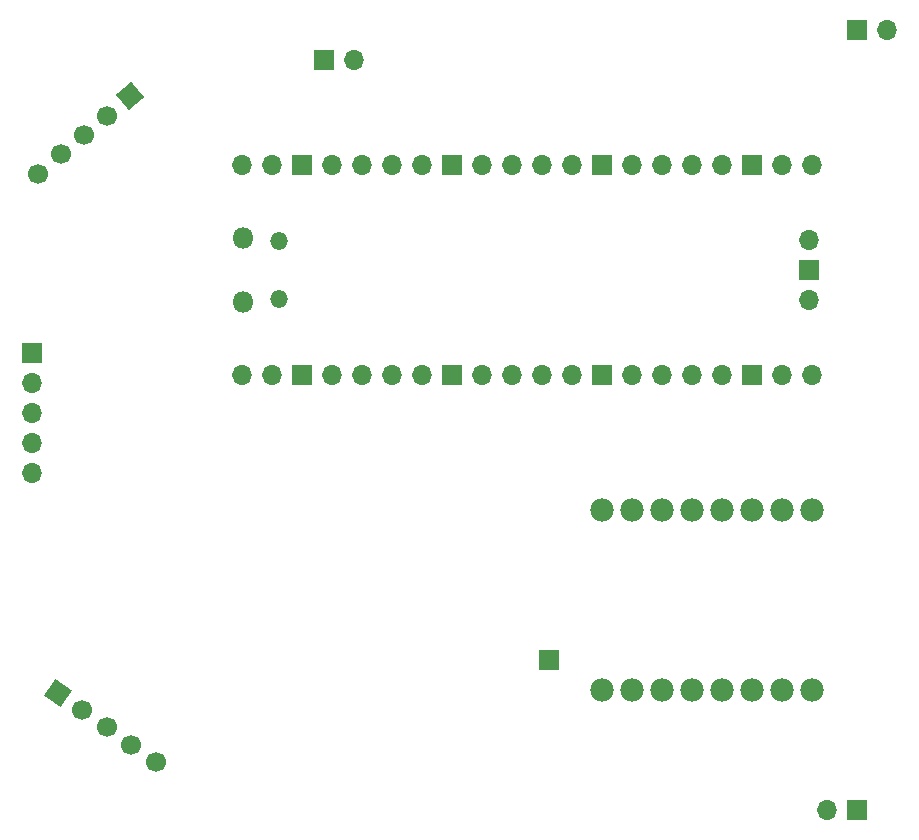
<source format=gbs>
G04 #@! TF.GenerationSoftware,KiCad,Pcbnew,(6.0.9)*
G04 #@! TF.CreationDate,2022-12-03T11:20:38+05:30*
G04 #@! TF.ProjectId,micromouseus,6d696372-6f6d-46f7-9573-6575732e6b69,rev?*
G04 #@! TF.SameCoordinates,Original*
G04 #@! TF.FileFunction,Soldermask,Bot*
G04 #@! TF.FilePolarity,Negative*
%FSLAX46Y46*%
G04 Gerber Fmt 4.6, Leading zero omitted, Abs format (unit mm)*
G04 Created by KiCad (PCBNEW (6.0.9)) date 2022-12-03 11:20:38*
%MOMM*%
%LPD*%
G01*
G04 APERTURE LIST*
G04 Aperture macros list*
%AMHorizOval*
0 Thick line with rounded ends*
0 $1 width*
0 $2 $3 position (X,Y) of the first rounded end (center of the circle)*
0 $4 $5 position (X,Y) of the second rounded end (center of the circle)*
0 Add line between two ends*
20,1,$1,$2,$3,$4,$5,0*
0 Add two circle primitives to create the rounded ends*
1,1,$1,$2,$3*
1,1,$1,$4,$5*%
%AMRotRect*
0 Rectangle, with rotation*
0 The origin of the aperture is its center*
0 $1 length*
0 $2 width*
0 $3 Rotation angle, in degrees counterclockwise*
0 Add horizontal line*
21,1,$1,$2,0,0,$3*%
G04 Aperture macros list end*
%ADD10O,1.800000X1.800000*%
%ADD11O,1.500000X1.500000*%
%ADD12O,1.700000X1.700000*%
%ADD13R,1.700000X1.700000*%
%ADD14C,1.980000*%
%ADD15RotRect,1.700000X1.700000X55.000000*%
%ADD16HorizOval,1.700000X0.000000X0.000000X0.000000X0.000000X0*%
%ADD17RotRect,1.700000X1.700000X310.000000*%
%ADD18HorizOval,1.700000X0.000000X0.000000X0.000000X0.000000X0*%
G04 APERTURE END LIST*
D10*
X130940000Y-73475000D03*
X130940000Y-78925000D03*
D11*
X133970000Y-78625000D03*
X133970000Y-73775000D03*
D12*
X130810000Y-85090000D03*
X133350000Y-85090000D03*
D13*
X135890000Y-85090000D03*
D12*
X138430000Y-85090000D03*
X140970000Y-85090000D03*
X143510000Y-85090000D03*
X146050000Y-85090000D03*
D13*
X148590000Y-85090000D03*
D12*
X151130000Y-85090000D03*
X153670000Y-85090000D03*
X156210000Y-85090000D03*
X158750000Y-85090000D03*
D13*
X161290000Y-85090000D03*
D12*
X163830000Y-85090000D03*
X166370000Y-85090000D03*
X168910000Y-85090000D03*
X171450000Y-85090000D03*
D13*
X173990000Y-85090000D03*
D12*
X176530000Y-85090000D03*
X179070000Y-85090000D03*
X179070000Y-67310000D03*
X176530000Y-67310000D03*
D13*
X173990000Y-67310000D03*
D12*
X171450000Y-67310000D03*
X168910000Y-67310000D03*
X166370000Y-67310000D03*
X163830000Y-67310000D03*
D13*
X161290000Y-67310000D03*
D12*
X158750000Y-67310000D03*
X156210000Y-67310000D03*
X153670000Y-67310000D03*
X151130000Y-67310000D03*
D13*
X148590000Y-67310000D03*
D12*
X146050000Y-67310000D03*
X143510000Y-67310000D03*
X140970000Y-67310000D03*
X138430000Y-67310000D03*
D13*
X135890000Y-67310000D03*
D12*
X133350000Y-67310000D03*
X130810000Y-67310000D03*
X178840000Y-78740000D03*
D13*
X178840000Y-76200000D03*
D12*
X178840000Y-73660000D03*
D14*
X161290000Y-111760000D03*
X163830000Y-111760000D03*
X166370000Y-111760000D03*
X168910000Y-111760000D03*
X171450000Y-111760000D03*
X173990000Y-111760000D03*
X176530000Y-111760000D03*
X179070000Y-111760000D03*
X179070000Y-96520000D03*
X176530000Y-96520000D03*
X173990000Y-96520000D03*
X171450000Y-96520000D03*
X168910000Y-96520000D03*
X166370000Y-96520000D03*
X163830000Y-96520000D03*
X161290000Y-96520000D03*
D15*
X115218708Y-112021232D03*
D16*
X117299354Y-113478116D03*
X119380000Y-114935000D03*
X121460647Y-116391884D03*
X123541293Y-117848769D03*
D13*
X182880000Y-55880000D03*
D12*
X185420000Y-55880000D03*
D13*
X182880000Y-121920000D03*
D12*
X180340000Y-121920000D03*
D17*
X121362676Y-61507853D03*
D18*
X119416923Y-63140534D03*
X117471170Y-64773214D03*
X115525417Y-66405895D03*
X113579664Y-68038575D03*
D13*
X156845000Y-109220000D03*
X113030000Y-83190000D03*
D12*
X113030000Y-85730000D03*
X113030000Y-88270000D03*
X113030000Y-90810000D03*
X113030000Y-93350000D03*
D13*
X137790000Y-58420000D03*
D12*
X140330000Y-58420000D03*
M02*

</source>
